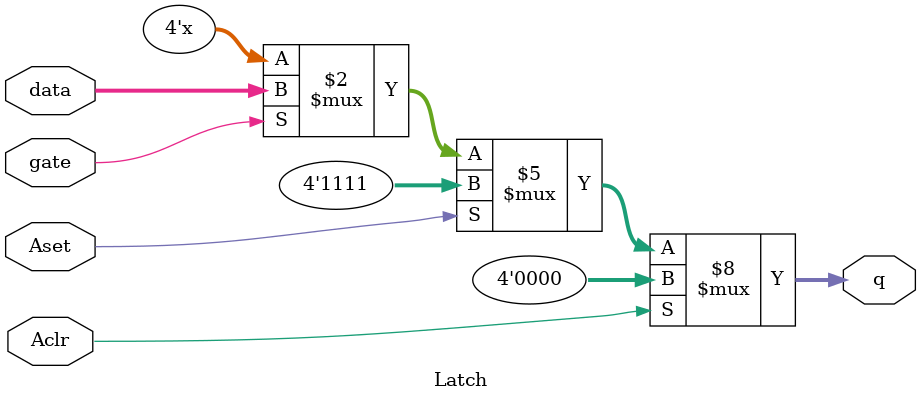
<source format=v>
module Latch (Aset, data, gate, Aclr, q);
	
	parameter LAT_WIDTH = 4;

	input  Aset, gate, Aclr;
	input  [LAT_WIDTH-1:0] data;

	output reg [LAT_WIDTH-1:0] q;

	always @(*) begin
		if(Aclr)
			q <= 0;
		else if(Aset)
			q <= ~0;
		else if (gate)
			q <= data;
	end
endmodule
</source>
